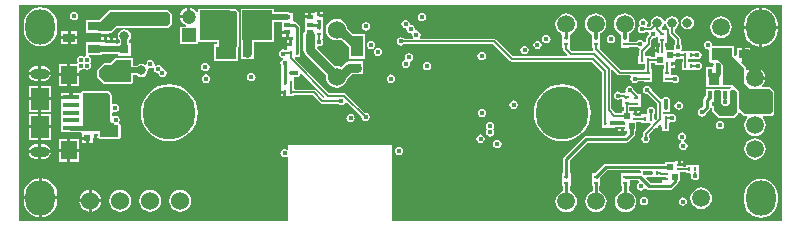
<source format=gbl>
G04 Layer_Physical_Order=6*
G04 Layer_Color=16711680*
%FSLAX44Y44*%
%MOMM*%
G71*
G01*
G75*
%ADD12R,0.2799X0.4300*%
%ADD13C,0.8000*%
%ADD14R,0.2200X0.4000*%
%ADD15R,0.5000X0.5000*%
%ADD16R,0.3500X0.2499*%
%ADD17R,0.2499X0.3500*%
%ADD41R,0.4300X0.2799*%
%ADD42R,1.1000X1.8000*%
%ADD43R,0.8000X0.8000*%
%ADD44R,0.5500X0.6000*%
%ADD45C,0.2540*%
%ADD46C,0.1500*%
%ADD47C,0.3810*%
%ADD48C,0.2032*%
%ADD49C,0.2000*%
%ADD50C,0.3000*%
%ADD52C,0.5000*%
%ADD53O,1.6000X0.9000*%
%ADD54C,4.5000*%
%ADD55R,1.2000X1.2000*%
%ADD56C,1.2000*%
%ADD57O,2.5000X3.0000*%
%ADD58C,1.5240*%
%ADD59C,1.5000*%
%ADD60C,0.5000*%
%ADD61C,0.4000*%
%ADD62C,0.6600*%
%ADD63C,0.7000*%
%ADD64C,1.0160*%
%ADD71R,1.8000X1.1000*%
%ADD72R,0.8000X0.8000*%
%ADD73R,0.6000X0.4200*%
%ADD74C,1.0000*%
%ADD75R,1.0160X0.7620*%
%ADD76R,2.5000X2.5000*%
%ADD77R,1.4000X1.6000*%
%ADD78R,1.5500X1.9000*%
%ADD79R,1.3500X0.4000*%
%ADD80R,0.9450X1.0000*%
%ADD81R,0.9470X1.0000*%
%ADD82R,0.3000X0.7000*%
%ADD83R,0.4000X0.2200*%
%ADD84R,0.5000X0.5000*%
%ADD85C,0.5080*%
%ADD86C,0.7620*%
%ADD87C,0.4000*%
%ADD88R,1.5494X0.9906*%
G36*
X647380Y1082D02*
X316500D01*
Y17056D01*
X316500Y64943D01*
X229000Y64943D01*
Y61806D01*
X227750Y61138D01*
X227215Y61495D01*
X225849Y61767D01*
X224484Y61495D01*
X223326Y60722D01*
X222553Y59564D01*
X222281Y58198D01*
X222553Y56832D01*
X223326Y55675D01*
X224484Y54901D01*
X225849Y54630D01*
X227215Y54901D01*
X227750Y55259D01*
X229000Y54590D01*
X229000Y1082D01*
X1082D01*
Y183576D01*
X647380D01*
Y1082D01*
D02*
G37*
%LPC*%
G36*
X594529Y85573D02*
X593163Y85301D01*
X592006Y84527D01*
X591232Y83370D01*
X590960Y82004D01*
X591232Y80638D01*
X592006Y79481D01*
X593163Y78707D01*
X594529Y78435D01*
X595895Y78707D01*
X597052Y79481D01*
X597826Y80638D01*
X598098Y82004D01*
X597826Y83370D01*
X597052Y84527D01*
X595895Y85301D01*
X594529Y85573D01*
D02*
G37*
G36*
X400000Y84819D02*
X398634Y84547D01*
X397477Y83773D01*
X396703Y82616D01*
X396431Y81250D01*
X396703Y79884D01*
X397477Y78727D01*
Y78273D01*
X396703Y77116D01*
X396431Y75750D01*
X396703Y74384D01*
X397477Y73227D01*
X398634Y72453D01*
X400000Y72182D01*
X401366Y72453D01*
X402523Y73227D01*
X403297Y74384D01*
X403569Y75750D01*
X403297Y77116D01*
X402523Y78273D01*
Y78727D01*
X403297Y79884D01*
X403569Y81250D01*
X403297Y82616D01*
X402523Y83773D01*
X401366Y84547D01*
X400000Y84819D01*
D02*
G37*
G36*
X27712Y79186D02*
X19732D01*
Y69456D01*
X27712D01*
Y79186D01*
D02*
G37*
G36*
X281750Y91319D02*
X280384Y91047D01*
X279227Y90273D01*
X278453Y89116D01*
X278181Y87750D01*
X278453Y86384D01*
X279227Y85227D01*
X280384Y84453D01*
X281750Y84181D01*
X283116Y84453D01*
X284273Y85227D01*
X285047Y86384D01*
X285319Y87750D01*
X285047Y89116D01*
X284273Y90273D01*
X283116Y91047D01*
X281750Y91319D01*
D02*
G37*
G36*
X27712Y91456D02*
X19732D01*
Y81726D01*
X27712D01*
Y91456D01*
D02*
G37*
G36*
X17192D02*
X9212D01*
Y81726D01*
X17192D01*
Y91456D01*
D02*
G37*
G36*
Y79186D02*
X9212D01*
Y69456D01*
X17192D01*
Y79186D01*
D02*
G37*
G36*
X57730Y69730D02*
X54750D01*
Y66500D01*
X57730D01*
Y69730D01*
D02*
G37*
G36*
X406000Y69569D02*
X404634Y69297D01*
X403477Y68523D01*
X402703Y67366D01*
X402431Y66000D01*
X402703Y64634D01*
X403477Y63477D01*
X404634Y62703D01*
X406000Y62431D01*
X407366Y62703D01*
X408523Y63477D01*
X409297Y64634D01*
X409569Y66000D01*
X409297Y67366D01*
X408523Y68523D01*
X407366Y69297D01*
X406000Y69569D01*
D02*
G37*
G36*
X51462Y69956D02*
X44232D01*
Y61726D01*
X51462D01*
Y69956D01*
D02*
G37*
G36*
X461010Y116466D02*
X456305Y116003D01*
X451781Y114630D01*
X447612Y112402D01*
X443957Y109403D01*
X440958Y105748D01*
X438730Y101579D01*
X437357Y97055D01*
X436894Y92350D01*
X437357Y87645D01*
X438730Y83121D01*
X440958Y78952D01*
X443957Y75297D01*
X447612Y72298D01*
X451781Y70070D01*
X456305Y68697D01*
X461010Y68234D01*
X465715Y68697D01*
X470239Y70070D01*
X474408Y72298D01*
X478063Y75297D01*
X481062Y78952D01*
X483290Y83121D01*
X484663Y87645D01*
X485126Y92350D01*
X484663Y97055D01*
X483290Y101579D01*
X481062Y105748D01*
X478063Y109403D01*
X474408Y112402D01*
X470239Y114630D01*
X465715Y116003D01*
X461010Y116466D01*
D02*
G37*
G36*
X128270D02*
X123565Y116003D01*
X119041Y114630D01*
X114872Y112402D01*
X111217Y109403D01*
X108218Y105748D01*
X105990Y101579D01*
X104617Y97055D01*
X104154Y92350D01*
X104617Y87645D01*
X105990Y83121D01*
X108218Y78952D01*
X111217Y75297D01*
X114872Y72298D01*
X119041Y70070D01*
X123565Y68697D01*
X128270Y68234D01*
X132975Y68697D01*
X137499Y70070D01*
X141668Y72298D01*
X145323Y75297D01*
X148322Y78952D01*
X150550Y83121D01*
X151923Y87645D01*
X152386Y92350D01*
X151923Y97055D01*
X150550Y101579D01*
X148322Y105748D01*
X145323Y109403D01*
X141668Y112402D01*
X137499Y114630D01*
X132975Y116003D01*
X128270Y116466D01*
D02*
G37*
G36*
X391750Y74069D02*
X390384Y73797D01*
X389227Y73023D01*
X388453Y71866D01*
X388181Y70500D01*
X388453Y69134D01*
X389227Y67977D01*
X390384Y67203D01*
X391750Y66931D01*
X393116Y67203D01*
X394273Y67977D01*
X395047Y69134D01*
X395319Y70500D01*
X395047Y71866D01*
X394273Y73023D01*
X393116Y73797D01*
X391750Y74069D01*
D02*
G37*
G36*
X224731Y108480D02*
X223252D01*
Y106500D01*
X224731D01*
Y108480D01*
D02*
G37*
G36*
X27712Y115456D02*
X19732D01*
Y105726D01*
X27712D01*
Y115456D01*
D02*
G37*
G36*
X17192D02*
X9212D01*
Y105726D01*
X17192D01*
Y115456D01*
D02*
G37*
G36*
X41692Y123186D02*
X34462D01*
Y114956D01*
X41692D01*
Y123186D01*
D02*
G37*
G36*
X584250Y153429D02*
X582884Y153157D01*
X581727Y152383D01*
X580953Y151226D01*
X580681Y149860D01*
X580953Y148494D01*
X581727Y147337D01*
X582884Y146563D01*
X584250Y146291D01*
X584611Y146363D01*
X585578Y145570D01*
Y134750D01*
X588238D01*
X589081Y133500D01*
X588931Y132750D01*
X588990Y132455D01*
X588285Y131205D01*
X583026D01*
Y121205D01*
X583065D01*
Y114249D01*
X595515D01*
X595515Y114249D01*
X595553Y114249D01*
X596765Y114250D01*
X597202D01*
X597500Y114126D01*
X603613D01*
X603629Y114102D01*
X602985Y112817D01*
X602480Y112790D01*
X602003D01*
X602003Y112790D01*
X596003D01*
X596003Y112790D01*
X595526Y112790D01*
X594302Y112852D01*
X594251Y112874D01*
X594250Y112873D01*
X594250Y112874D01*
X590741Y112874D01*
X590250Y112874D01*
X590197Y112868D01*
X589026Y112790D01*
X589026Y112790D01*
X583026D01*
Y107020D01*
X581153Y105147D01*
X580540Y104230D01*
X580375Y103400D01*
X580250D01*
Y97720D01*
X578747Y96217D01*
X577913Y96051D01*
X576755Y95278D01*
X575981Y94120D01*
X575710Y92754D01*
X575981Y91389D01*
X576755Y90231D01*
X577913Y89458D01*
X579278Y89186D01*
X580644Y89458D01*
X581802Y90231D01*
X582575Y91389D01*
X582741Y92223D01*
X585147Y94629D01*
X585147Y94629D01*
X585759Y95545D01*
X585869Y96100D01*
X587626D01*
Y94750D01*
X588102Y93602D01*
X593352Y88352D01*
X594500Y87876D01*
X605838Y87876D01*
X606986Y88352D01*
X609648Y91014D01*
X610124Y92162D01*
Y92447D01*
X611278Y92926D01*
X614352Y89852D01*
X615500Y89376D01*
X617269D01*
X617430Y88903D01*
X617581Y88126D01*
X616217Y86348D01*
X615310Y84159D01*
X615000Y81809D01*
X615310Y79460D01*
X616217Y77270D01*
X617659Y75391D01*
X619539Y73948D01*
X621729Y73041D01*
X624078Y72732D01*
X626427Y73041D01*
X628617Y73948D01*
X630497Y75391D01*
X631940Y77270D01*
X632846Y79460D01*
X633156Y81809D01*
X632846Y84159D01*
X631940Y86348D01*
X630575Y88126D01*
X630726Y88903D01*
X630887Y89376D01*
X637250D01*
X638398Y89852D01*
X640148Y91602D01*
X640624Y92750D01*
Y109750D01*
X640148Y110898D01*
X637398Y113648D01*
X636250Y114124D01*
X630790D01*
X630388Y115307D01*
X630497Y115390D01*
X631940Y117270D01*
X632846Y119460D01*
X632988Y120539D01*
X624078D01*
Y121809D01*
X622808D01*
Y130720D01*
X621729Y130578D01*
X619539Y129671D01*
X617874Y128393D01*
X616624Y128744D01*
Y130183D01*
X616393Y130739D01*
X616178Y131300D01*
X612575Y135102D01*
X612808Y135642D01*
Y141750D01*
Y147250D01*
X608577D01*
Y141124D01*
X607469Y140666D01*
X606624Y141385D01*
X606624Y147250D01*
X606577Y147361D01*
Y148750D01*
X605298D01*
X605000Y148874D01*
X592250D01*
X591952Y148750D01*
X588583D01*
X587790Y149716D01*
X587819Y149860D01*
X587547Y151226D01*
X586773Y152383D01*
X585616Y153157D01*
X584250Y153429D01*
D02*
G37*
G36*
X43942Y108956D02*
X36962D01*
Y106726D01*
X43942D01*
Y108956D01*
D02*
G37*
G36*
X419750Y102819D02*
X418384Y102547D01*
X417227Y101773D01*
X416453Y100616D01*
X416181Y99250D01*
X416453Y97884D01*
X417227Y96727D01*
X418384Y95953D01*
X419750Y95681D01*
X421116Y95953D01*
X422273Y96727D01*
X423047Y97884D01*
X423319Y99250D01*
X423047Y100616D01*
X422273Y101773D01*
X421116Y102547D01*
X419750Y102819D01*
D02*
G37*
G36*
X76569Y110590D02*
X55000D01*
X53852Y110114D01*
X53376Y108966D01*
Y108956D01*
X46482D01*
Y105456D01*
X45212D01*
Y104186D01*
X36962D01*
Y101956D01*
Y95456D01*
Y88956D01*
Y82456D01*
Y75956D01*
X44867D01*
X45212Y75887D01*
X53660D01*
X54750Y75500D01*
Y72270D01*
X59000D01*
Y71000D01*
X60270D01*
Y66500D01*
X63250D01*
Y70910D01*
X64730D01*
Y73660D01*
X67270D01*
Y70910D01*
X68524D01*
X68702Y70480D01*
X69850Y70004D01*
X85344D01*
X86492Y70480D01*
X86968Y71628D01*
Y81534D01*
X86492Y82682D01*
X85996Y82888D01*
X85825Y83125D01*
X85723Y84558D01*
X86049Y85046D01*
X86321Y86412D01*
X86049Y87778D01*
X85275Y88935D01*
X84118Y89709D01*
X82752Y89981D01*
X81386Y89709D01*
X80874Y89366D01*
X79624Y90034D01*
Y92413D01*
X80815Y93110D01*
X80874Y93105D01*
X82188Y92843D01*
X83554Y93115D01*
X84711Y93889D01*
X85485Y95046D01*
X85757Y96412D01*
X85485Y97778D01*
X84711Y98935D01*
X83554Y99709D01*
X82188Y99981D01*
X80874Y99719D01*
X80815Y99714D01*
X79624Y100411D01*
Y107535D01*
X79148Y108683D01*
X77717Y110114D01*
X76569Y110590D01*
D02*
G37*
G36*
X526450Y93912D02*
X524220D01*
Y92583D01*
X526450D01*
Y93912D01*
D02*
G37*
G36*
X393000Y95919D02*
X391634Y95647D01*
X390477Y94873D01*
X389703Y93716D01*
X389431Y92350D01*
X389703Y90984D01*
X390477Y89827D01*
X391634Y89053D01*
X393000Y88781D01*
X394366Y89053D01*
X395523Y89827D01*
X396297Y90984D01*
X396569Y92350D01*
X396297Y93716D01*
X395523Y94873D01*
X394366Y95647D01*
X393000Y95919D01*
D02*
G37*
G36*
X559500Y102069D02*
X558134Y101797D01*
X556977Y101023D01*
X556203Y99866D01*
X555931Y98500D01*
X556203Y97134D01*
X556977Y95977D01*
X558134Y95203D01*
X559500Y94931D01*
X560866Y95203D01*
X562023Y95977D01*
X562797Y97134D01*
X563069Y98500D01*
X562797Y99866D01*
X562023Y101023D01*
X560866Y101797D01*
X559500Y102069D01*
D02*
G37*
G36*
X27712Y103186D02*
X19732D01*
Y93456D01*
X27712D01*
Y103186D01*
D02*
G37*
G36*
X17192D02*
X9212D01*
Y93456D01*
X17192D01*
Y103186D01*
D02*
G37*
G36*
X41692Y69956D02*
X34462D01*
Y61726D01*
X41692D01*
Y69956D01*
D02*
G37*
G36*
X563000Y20819D02*
X561634Y20547D01*
X560477Y19773D01*
X559703Y18616D01*
X559431Y17250D01*
X559703Y15884D01*
X560477Y14727D01*
X561634Y13953D01*
X563000Y13681D01*
X564366Y13953D01*
X565523Y14727D01*
X566297Y15884D01*
X566569Y17250D01*
X566297Y18616D01*
X565523Y19773D01*
X564366Y20547D01*
X563000Y20819D01*
D02*
G37*
G36*
X578612Y29144D02*
X576263Y28834D01*
X574073Y27927D01*
X572193Y26485D01*
X570751Y24605D01*
X569844Y22415D01*
X569534Y20066D01*
X569844Y17716D01*
X570751Y15527D01*
X572193Y13647D01*
X574073Y12205D01*
X576263Y11298D01*
X578612Y10988D01*
X580961Y11298D01*
X583151Y12205D01*
X585031Y13647D01*
X586474Y15527D01*
X587380Y17716D01*
X587690Y20066D01*
X587380Y22415D01*
X586474Y24605D01*
X585031Y26485D01*
X583151Y27927D01*
X580961Y28834D01*
X578612Y29144D01*
D02*
G37*
G36*
X70245Y16510D02*
X62484D01*
Y8748D01*
X63595Y8895D01*
X65813Y9814D01*
X67719Y11276D01*
X69180Y13181D01*
X70099Y15399D01*
X70245Y16510D01*
D02*
G37*
G36*
X62484Y26811D02*
Y19050D01*
X70245D01*
X70099Y20161D01*
X69180Y22379D01*
X67719Y24285D01*
X65813Y25746D01*
X63595Y26665D01*
X62484Y26811D01*
D02*
G37*
G36*
X59944D02*
X58833Y26665D01*
X56615Y25746D01*
X54710Y24285D01*
X53248Y22379D01*
X52329Y20161D01*
X52182Y19050D01*
X59944D01*
Y26811D01*
D02*
G37*
G36*
X530202Y21271D02*
X528836Y20999D01*
X527679Y20225D01*
X526905Y19068D01*
X526633Y17702D01*
X526905Y16336D01*
X527679Y15179D01*
X528836Y14405D01*
X530202Y14133D01*
X531568Y14405D01*
X532725Y15179D01*
X533499Y16336D01*
X533771Y17702D01*
X533499Y19068D01*
X532725Y20225D01*
X531568Y20999D01*
X530202Y21271D01*
D02*
G37*
G36*
X59944Y16510D02*
X52182D01*
X52329Y15399D01*
X53248Y13181D01*
X54710Y11276D01*
X56615Y9814D01*
X58833Y8895D01*
X59944Y8748D01*
Y16510D01*
D02*
G37*
G36*
X33321Y19200D02*
X20470D01*
Y4016D01*
X22855Y4330D01*
X26260Y5741D01*
X29185Y7985D01*
X31429Y10910D01*
X32840Y14315D01*
X33321Y17970D01*
Y19200D01*
D02*
G37*
G36*
X17930D02*
X5079D01*
Y17970D01*
X5560Y14315D01*
X6971Y10910D01*
X9215Y7985D01*
X12140Y5741D01*
X15545Y4330D01*
X17930Y4016D01*
Y19200D01*
D02*
G37*
G36*
X629158Y36621D02*
X625503Y36140D01*
X622098Y34729D01*
X619173Y32485D01*
X616929Y29560D01*
X615518Y26155D01*
X615037Y22500D01*
Y17500D01*
X615518Y13845D01*
X616929Y10440D01*
X619173Y7515D01*
X622098Y5271D01*
X625503Y3860D01*
X629158Y3379D01*
X632813Y3860D01*
X636218Y5271D01*
X639143Y7515D01*
X641387Y10440D01*
X642798Y13845D01*
X643279Y17500D01*
Y22500D01*
X642798Y26155D01*
X641387Y29560D01*
X639143Y32485D01*
X636218Y34729D01*
X632813Y36140D01*
X629158Y36621D01*
D02*
G37*
G36*
X137414Y26979D02*
X135033Y26665D01*
X132815Y25746D01*
X130910Y24285D01*
X129448Y22379D01*
X128529Y20161D01*
X128215Y17780D01*
X128529Y15399D01*
X129448Y13181D01*
X130910Y11276D01*
X132815Y9814D01*
X135033Y8895D01*
X137414Y8581D01*
X139795Y8895D01*
X142013Y9814D01*
X143919Y11276D01*
X145380Y13181D01*
X146299Y15399D01*
X146613Y17780D01*
X146299Y20161D01*
X145380Y22379D01*
X143919Y24285D01*
X142013Y25746D01*
X139795Y26665D01*
X137414Y26979D01*
D02*
G37*
G36*
X112014D02*
X109633Y26665D01*
X107415Y25746D01*
X105510Y24285D01*
X104048Y22379D01*
X103129Y20161D01*
X102815Y17780D01*
X103129Y15399D01*
X104048Y13181D01*
X105510Y11276D01*
X107415Y9814D01*
X109633Y8895D01*
X112014Y8581D01*
X114395Y8895D01*
X116613Y9814D01*
X118518Y11276D01*
X119980Y13181D01*
X120899Y15399D01*
X121213Y17780D01*
X120899Y20161D01*
X119980Y22379D01*
X118518Y24285D01*
X116613Y25746D01*
X114395Y26665D01*
X112014Y26979D01*
D02*
G37*
G36*
X86614D02*
X84233Y26665D01*
X82015Y25746D01*
X80110Y24285D01*
X78648Y22379D01*
X77729Y20161D01*
X77415Y17780D01*
X77729Y15399D01*
X78648Y13181D01*
X80110Y11276D01*
X82015Y9814D01*
X84233Y8895D01*
X86614Y8581D01*
X88995Y8895D01*
X91213Y9814D01*
X93118Y11276D01*
X94580Y13181D01*
X95499Y15399D01*
X95813Y17780D01*
X95499Y20161D01*
X94580Y22379D01*
X93118Y24285D01*
X91213Y25746D01*
X88995Y26665D01*
X86614Y26979D01*
D02*
G37*
G36*
X322750Y63819D02*
X321384Y63547D01*
X320227Y62773D01*
X319453Y61616D01*
X319181Y60250D01*
X319453Y58884D01*
X320227Y57727D01*
X321384Y56953D01*
X322750Y56681D01*
X324116Y56953D01*
X325273Y57727D01*
X326047Y58884D01*
X326319Y60250D01*
X326047Y61616D01*
X325273Y62773D01*
X324116Y63547D01*
X322750Y63819D01*
D02*
G37*
G36*
X27827Y58186D02*
X19732D01*
Y53338D01*
X21962D01*
X24303Y53804D01*
X26288Y55130D01*
X27614Y57115D01*
X27827Y58186D01*
D02*
G37*
G36*
X17192D02*
X9097D01*
X9310Y57115D01*
X10636Y55130D01*
X12621Y53804D01*
X14962Y53338D01*
X17192D01*
Y58186D01*
D02*
G37*
G36*
X562500Y75819D02*
X561134Y75547D01*
X559977Y74773D01*
X559203Y73616D01*
X558931Y72250D01*
X559203Y70884D01*
X559977Y69727D01*
X561134Y68953D01*
X561581Y68864D01*
X561768Y67552D01*
X560977Y67023D01*
X560203Y65866D01*
X559931Y64500D01*
X560203Y63134D01*
X560977Y61977D01*
X562134Y61203D01*
X563500Y60931D01*
X564866Y61203D01*
X566023Y61977D01*
X566797Y63134D01*
X567069Y64500D01*
X566797Y65866D01*
X566023Y67023D01*
X564866Y67797D01*
X564419Y67886D01*
X564231Y69198D01*
X565023Y69727D01*
X565797Y70884D01*
X566069Y72250D01*
X565797Y73616D01*
X565023Y74773D01*
X563866Y75547D01*
X562500Y75819D01*
D02*
G37*
G36*
X21962Y65574D02*
X19732D01*
Y60726D01*
X27827D01*
X27614Y61797D01*
X26288Y63782D01*
X24303Y65108D01*
X21962Y65574D01*
D02*
G37*
G36*
X17192D02*
X14962D01*
X12621Y65108D01*
X10636Y63782D01*
X9310Y61797D01*
X9097Y60726D01*
X17192D01*
Y65574D01*
D02*
G37*
G36*
X624078Y70887D02*
X621729Y70578D01*
X619539Y69671D01*
X617659Y68228D01*
X616217Y66348D01*
X615310Y64159D01*
X615000Y61809D01*
X615310Y59460D01*
X616217Y57270D01*
X617659Y55391D01*
X619539Y53948D01*
X621729Y53041D01*
X624078Y52732D01*
X626427Y53041D01*
X628617Y53948D01*
X630497Y55391D01*
X631940Y57270D01*
X632846Y59460D01*
X633156Y61809D01*
X632846Y64159D01*
X631940Y66348D01*
X630497Y68228D01*
X628617Y69671D01*
X626427Y70578D01*
X624078Y70887D01*
D02*
G37*
G36*
X558560Y51144D02*
X556330D01*
X556151Y50576D01*
X548151D01*
Y49400D01*
X497726D01*
X496645Y49185D01*
X495728Y48573D01*
X495728Y48573D01*
X488405Y41250D01*
X485850D01*
Y30350D01*
X486676D01*
Y25861D01*
X484919Y25134D01*
X483039Y23691D01*
X481596Y21811D01*
X480690Y19621D01*
X480380Y17272D01*
X480690Y14922D01*
X481596Y12733D01*
X483039Y10853D01*
X484919Y9410D01*
X487108Y8504D01*
X489458Y8194D01*
X491808Y8504D01*
X493997Y9410D01*
X495877Y10853D01*
X497319Y12733D01*
X498226Y14922D01*
X498536Y17272D01*
X498226Y19621D01*
X497319Y21811D01*
X495877Y23691D01*
X493997Y25134D01*
X492324Y25826D01*
Y30350D01*
X493150D01*
Y38006D01*
X498895Y43752D01*
X526578D01*
X527256Y42502D01*
X527214Y42291D01*
X526511Y41304D01*
X525815Y41175D01*
X518150D01*
Y41250D01*
X510850D01*
Y30350D01*
X511676D01*
Y25799D01*
X510065Y25131D01*
X508185Y23689D01*
X506743Y21809D01*
X505836Y19619D01*
X505526Y17270D01*
X505836Y14921D01*
X506743Y12731D01*
X508185Y10851D01*
X510065Y9409D01*
X512254Y8502D01*
X514604Y8192D01*
X516954Y8502D01*
X519143Y9409D01*
X519902Y9991D01*
X520404Y10091D01*
X521230Y10644D01*
X521783Y11471D01*
X521883Y11972D01*
X522466Y12731D01*
X523372Y14921D01*
X523682Y17270D01*
X523372Y19619D01*
X522466Y21809D01*
X521023Y23689D01*
X519143Y25131D01*
X517324Y25885D01*
Y30350D01*
X518150D01*
Y35526D01*
X525249D01*
X526273Y34502D01*
X525880Y33127D01*
X524977Y32523D01*
X524203Y31366D01*
X523931Y30000D01*
X524203Y28634D01*
X524977Y27477D01*
X526134Y26703D01*
X527500Y26431D01*
X528866Y26703D01*
X530023Y27477D01*
X530627Y28380D01*
X532002Y28773D01*
X532792Y27983D01*
X533708Y27371D01*
X534789Y27156D01*
X534789Y27156D01*
X552230D01*
X552230Y27156D01*
X553311Y27371D01*
X554227Y27983D01*
X558305Y32061D01*
X558305Y32061D01*
X558917Y32977D01*
X559132Y34058D01*
X560308Y34276D01*
Y41899D01*
X563330D01*
Y42206D01*
X565542D01*
Y41054D01*
X569483D01*
X570183Y39804D01*
X569974Y38750D01*
X570245Y37384D01*
X571019Y36227D01*
X572177Y35453D01*
X573542Y35181D01*
X574908Y35453D01*
X576065Y36227D01*
X576839Y37384D01*
X577111Y38750D01*
X576839Y40116D01*
X576442Y41054D01*
X576442Y41054D01*
X576442Y41054D01*
Y48354D01*
X565542D01*
Y46794D01*
X563330D01*
Y47274D01*
X559830D01*
Y48544D01*
X558560D01*
Y51144D01*
D02*
G37*
G36*
X20470Y36924D02*
Y21740D01*
X33321D01*
Y22970D01*
X32840Y26625D01*
X31429Y30030D01*
X29185Y32955D01*
X26260Y35199D01*
X22855Y36610D01*
X20470Y36924D01*
D02*
G37*
G36*
X17930D02*
X15545Y36610D01*
X12140Y35199D01*
X9215Y32955D01*
X6971Y30030D01*
X5560Y26625D01*
X5079Y22970D01*
Y21740D01*
X17930D01*
Y36924D01*
D02*
G37*
G36*
X51462Y59186D02*
X44232D01*
Y50956D01*
X51462D01*
Y59186D01*
D02*
G37*
G36*
X41692D02*
X34462D01*
Y50956D01*
X41692D01*
Y59186D01*
D02*
G37*
G36*
X563330Y51144D02*
X561100D01*
Y49814D01*
X563330D01*
Y51144D01*
D02*
G37*
G36*
X51462Y123186D02*
X44232D01*
Y114956D01*
X51462D01*
Y123186D01*
D02*
G37*
G36*
X253730Y178000D02*
X251350D01*
Y177100D01*
X248520D01*
Y173500D01*
X247250D01*
Y172230D01*
X242750D01*
Y169900D01*
Y161323D01*
X242248Y160572D01*
X241836Y158500D01*
Y145566D01*
X241836Y145566D01*
X242248Y143494D01*
X243422Y141738D01*
X260983Y124177D01*
X260803Y122814D01*
X261117Y120433D01*
X262036Y118215D01*
X263498Y116309D01*
X265403Y114848D01*
X267621Y113929D01*
X270002Y113615D01*
X272383Y113929D01*
X274601Y114848D01*
X276507Y116309D01*
X277968Y118215D01*
X278887Y120433D01*
X278968Y121046D01*
X282922Y125000D01*
X292500D01*
Y136000D01*
X281500D01*
X281500Y136000D01*
X280765Y135914D01*
X280323Y135826D01*
X280322Y135826D01*
X280274Y135816D01*
X278693Y135502D01*
X276937Y134328D01*
X276937Y134328D01*
X273744Y131136D01*
X272383Y131699D01*
X270002Y132013D01*
X268639Y131833D01*
X253324Y147149D01*
X253422Y147837D01*
X254725Y148736D01*
X255000Y148681D01*
X256366Y148953D01*
X257523Y149727D01*
X258297Y150884D01*
X258568Y152250D01*
X258297Y153616D01*
X257523Y154773D01*
X258047Y155901D01*
X258231Y156101D01*
X258650D01*
Y167000D01*
X258650D01*
Y167101D01*
X258650D01*
Y172201D01*
Y173831D01*
X255000D01*
Y175100D01*
X253730D01*
Y178000D01*
D02*
G37*
G36*
X19200Y181791D02*
X15545Y181310D01*
X12140Y179899D01*
X9215Y177655D01*
X6971Y174730D01*
X5560Y171325D01*
X5079Y167670D01*
Y162670D01*
X5560Y159015D01*
X6971Y155610D01*
X9215Y152685D01*
X12140Y150441D01*
X15545Y149030D01*
X19200Y148549D01*
X22855Y149030D01*
X26260Y150441D01*
X29185Y152685D01*
X31429Y155610D01*
X32840Y159015D01*
X33321Y162670D01*
Y167670D01*
X32840Y171325D01*
X31429Y174730D01*
X29185Y177655D01*
X26260Y179899D01*
X22855Y181310D01*
X19200Y181791D01*
D02*
G37*
G36*
X643279Y163430D02*
X630428D01*
Y148246D01*
X632813Y148560D01*
X636218Y149971D01*
X639143Y152215D01*
X641387Y155140D01*
X642798Y158545D01*
X643279Y162200D01*
Y163430D01*
D02*
G37*
G36*
X50096Y154838D02*
X44786D01*
Y150798D01*
X50096D01*
Y154838D01*
D02*
G37*
G36*
X42246D02*
X36936D01*
Y150798D01*
X42246D01*
Y154838D01*
D02*
G37*
G36*
X90250Y163108D02*
X88104Y162681D01*
X86285Y161465D01*
X85069Y159646D01*
X84642Y157500D01*
X85069Y155354D01*
X86131Y153765D01*
Y151750D01*
X84750D01*
Y150686D01*
X82750D01*
Y151480D01*
X79500D01*
Y152750D01*
X78230D01*
Y155500D01*
X77250D01*
Y156731D01*
X74000D01*
X70750D01*
Y151918D01*
X57936D01*
Y141896D01*
X57936Y141298D01*
X57040Y140443D01*
X56884Y140412D01*
X55875Y139738D01*
X54866Y140412D01*
X53500Y140684D01*
X52134Y140412D01*
X50977Y139639D01*
X50203Y138481D01*
X49931Y137115D01*
X50203Y135750D01*
X50640Y135096D01*
X49960Y133956D01*
X44232D01*
Y125726D01*
X51462D01*
Y128097D01*
X52712Y128922D01*
X53500Y128765D01*
X54866Y129037D01*
X55875Y129712D01*
X56884Y129037D01*
X58250Y128765D01*
X59616Y129037D01*
X60773Y129811D01*
X61547Y130968D01*
X61819Y132334D01*
X61547Y133700D01*
X60862Y134725D01*
X61547Y135750D01*
X61819Y137115D01*
X61547Y138481D01*
X60773Y139639D01*
X60161Y140048D01*
X60540Y141298D01*
X71096D01*
Y142530D01*
X84750D01*
Y140750D01*
X95750D01*
Y151750D01*
X94369D01*
Y153765D01*
X95431Y155354D01*
X95858Y157500D01*
X95431Y159646D01*
X94215Y161465D01*
X92396Y162681D01*
X90250Y163108D01*
D02*
G37*
G36*
X630428Y181154D02*
Y165970D01*
X643279D01*
Y167200D01*
X642798Y170855D01*
X641387Y174260D01*
X639143Y177185D01*
X636218Y179429D01*
X632813Y180840D01*
X630428Y181154D01*
D02*
G37*
G36*
X216692Y180624D02*
X188692D01*
Y152624D01*
X188836D01*
Y148750D01*
X188750D01*
Y137750D01*
X199750D01*
Y148750D01*
X199664D01*
Y152624D01*
X216692D01*
Y169381D01*
X223750D01*
Y161770D01*
X228250D01*
Y160500D01*
X229520D01*
Y156900D01*
X232750D01*
X233176Y155827D01*
Y154150D01*
X232220D01*
Y150500D01*
X230950D01*
Y149230D01*
X228050D01*
Y146850D01*
X228050D01*
Y146650D01*
X228050D01*
Y145294D01*
X226639D01*
X225877Y145804D01*
X224511Y146075D01*
X223145Y145804D01*
X221988Y145030D01*
X221214Y143873D01*
X220942Y142507D01*
X221214Y141141D01*
X221988Y139984D01*
X223145Y139210D01*
X224066Y139027D01*
X224114Y138901D01*
X224198Y137726D01*
X223326Y137143D01*
X222553Y135986D01*
X222281Y134620D01*
X222553Y133254D01*
X223075Y132472D01*
Y129650D01*
X223000D01*
Y122350D01*
X223000Y122350D01*
X222950Y121150D01*
X222950D01*
X222950Y121121D01*
Y114125D01*
X222950Y113850D01*
X222950D01*
X223251Y113000D01*
X223252Y113000D01*
Y111020D01*
X226001D01*
Y109750D01*
X227271D01*
Y106500D01*
X233750D01*
Y107456D01*
X249550D01*
X256128Y100878D01*
X256872Y100381D01*
X257750Y100206D01*
X271323D01*
X271477Y99977D01*
X272634Y99203D01*
X274000Y98931D01*
X275366Y99203D01*
X276523Y99977D01*
X277220Y101018D01*
X277552Y101224D01*
X278496Y101510D01*
X290882Y89123D01*
X290828Y88853D01*
X291100Y87487D01*
X291874Y86330D01*
X293031Y85556D01*
X294397Y85284D01*
X295763Y85556D01*
X296920Y86330D01*
X297694Y87487D01*
X297966Y88853D01*
X297694Y90219D01*
X296920Y91376D01*
X295763Y92150D01*
X294397Y92422D01*
X294126Y92368D01*
X278122Y108372D01*
X277378Y108869D01*
X276500Y109044D01*
X263540D01*
X234484Y138100D01*
X235002Y139350D01*
X238950D01*
Y145600D01*
X238950Y146650D01*
X238950D01*
Y146850D01*
X238950D01*
Y154150D01*
X238824D01*
Y164608D01*
X238824Y164608D01*
X238609Y165689D01*
X237997Y166605D01*
X237997Y166605D01*
X235605Y168997D01*
X234689Y169609D01*
X233608Y169824D01*
X232750Y170640D01*
Y177100D01*
X230134D01*
X229826Y177306D01*
X228250Y177619D01*
X216692D01*
Y180624D01*
D02*
G37*
G36*
X619577Y147250D02*
X615348D01*
Y143020D01*
X619577D01*
Y147250D01*
D02*
G37*
G36*
X627888Y163430D02*
X615037D01*
Y162200D01*
X615518Y158545D01*
X616929Y155140D01*
X619173Y152215D01*
X622098Y149971D01*
X625503Y148560D01*
X627888Y148246D01*
Y163430D01*
D02*
G37*
G36*
Y181154D02*
X625503Y180840D01*
X622098Y179429D01*
X619173Y177185D01*
X616929Y174260D01*
X615518Y170855D01*
X615037Y167200D01*
Y165970D01*
X627888D01*
Y181154D01*
D02*
G37*
G36*
X440000Y153429D02*
X438634Y153157D01*
X437477Y152383D01*
X436703Y151226D01*
X436431Y149860D01*
X436703Y148494D01*
X437477Y147337D01*
X438634Y146563D01*
X440000Y146291D01*
X441366Y146563D01*
X442523Y147337D01*
X443297Y148494D01*
X443569Y149860D01*
X443297Y151226D01*
X442523Y152383D01*
X441366Y153157D01*
X440000Y153429D01*
D02*
G37*
G36*
X42246Y161418D02*
X36936D01*
Y157378D01*
X42246D01*
Y161418D01*
D02*
G37*
G36*
X226980Y159230D02*
X223750D01*
Y156900D01*
X226980D01*
Y159230D01*
D02*
G37*
G36*
X595376Y173924D02*
X593027Y173614D01*
X590837Y172708D01*
X588957Y171265D01*
X587514Y169385D01*
X586608Y167195D01*
X586298Y164846D01*
X586608Y162496D01*
X587514Y160307D01*
X588957Y158427D01*
X590837Y156985D01*
X593027Y156078D01*
X595376Y155768D01*
X597725Y156078D01*
X599915Y156985D01*
X601795Y158427D01*
X603237Y160307D01*
X604144Y162496D01*
X604454Y164846D01*
X604144Y167195D01*
X603237Y169385D01*
X601795Y171265D01*
X599915Y172708D01*
X597725Y173614D01*
X595376Y173924D01*
D02*
G37*
G36*
X127000Y179124D02*
X77750D01*
X76602Y178648D01*
X68995Y171042D01*
X67750D01*
X67452Y170918D01*
X57936D01*
Y160298D01*
X67336D01*
X67750Y160126D01*
X70750D01*
Y159271D01*
X74000D01*
X77250D01*
Y160126D01*
X79000D01*
X80148Y160602D01*
X83923Y164376D01*
X127000Y164376D01*
X128148Y164852D01*
X130398Y167102D01*
X130874Y168250D01*
X130874Y175250D01*
X130398Y176398D01*
X128148Y178648D01*
X127000Y179124D01*
D02*
G37*
G36*
X513842Y176718D02*
X511493Y176408D01*
X509303Y175501D01*
X507423Y174059D01*
X505980Y172179D01*
X505074Y169989D01*
X504764Y167640D01*
X505074Y165291D01*
X505980Y163101D01*
X507423Y161221D01*
X509303Y159778D01*
X510081Y159457D01*
X510446Y158358D01*
X510446D01*
Y147458D01*
X517746D01*
Y148064D01*
X524373D01*
X524527Y147835D01*
X525684Y147061D01*
X525817Y147035D01*
X525962Y146885D01*
X526363Y145652D01*
X526190Y145394D01*
X526016Y144516D01*
Y140810D01*
X525410D01*
Y133510D01*
X531360D01*
Y129148D01*
X530004D01*
Y128542D01*
X521205D01*
X521196Y128544D01*
X510450D01*
X492786Y146208D01*
X493108Y147458D01*
X493108D01*
Y158358D01*
X493108D01*
X493219Y159562D01*
X493743Y159778D01*
X495623Y161221D01*
X497066Y163101D01*
X497972Y165291D01*
X498282Y167640D01*
X497972Y169989D01*
X497066Y172179D01*
X495623Y174059D01*
X493743Y175501D01*
X491553Y176408D01*
X489204Y176718D01*
X486855Y176408D01*
X484665Y175501D01*
X482785Y174059D01*
X481343Y172179D01*
X480436Y169989D01*
X480126Y167640D01*
X480436Y165291D01*
X481343Y163101D01*
X482785Y161221D01*
X484665Y159778D01*
X485443Y159457D01*
X485808Y158358D01*
X485808D01*
Y147458D01*
X487164D01*
Y146292D01*
X487313Y145544D01*
X487261Y145299D01*
X486584Y144294D01*
X468968D01*
X467054Y146208D01*
X467572Y147458D01*
X467708D01*
Y158358D01*
X468380Y159330D01*
X468851Y159524D01*
X470731Y160967D01*
X472174Y162847D01*
X473080Y165037D01*
X473390Y167386D01*
X473080Y169736D01*
X472174Y171925D01*
X470731Y173805D01*
X468851Y175247D01*
X466661Y176154D01*
X464312Y176464D01*
X461963Y176154D01*
X459773Y175247D01*
X457893Y173805D01*
X456451Y171925D01*
X455544Y169736D01*
X455234Y167386D01*
X455544Y165037D01*
X456451Y162847D01*
X457893Y160967D01*
X459773Y159524D01*
X459990Y159435D01*
X460408Y158358D01*
X460408D01*
Y147458D01*
X461764D01*
Y145960D01*
X461939Y145082D01*
X462436Y144338D01*
X465308Y141466D01*
X464790Y140216D01*
X419162D01*
X405006Y154372D01*
X404262Y154869D01*
X403384Y155044D01*
X340748D01*
X340499Y155386D01*
X340194Y156294D01*
X340797Y157196D01*
X341069Y158562D01*
X340797Y159928D01*
X340023Y161085D01*
X338866Y161859D01*
X337500Y162131D01*
X337105Y162052D01*
X336042Y163115D01*
X336069Y163250D01*
X335797Y164616D01*
X335023Y165773D01*
X333866Y166547D01*
X332500Y166819D01*
X331758Y167945D01*
X331547Y169006D01*
X330773Y170163D01*
X329616Y170937D01*
X328250Y171209D01*
X326884Y170937D01*
X325727Y170163D01*
X324953Y169006D01*
X324681Y167640D01*
X324953Y166274D01*
X325727Y165117D01*
X326884Y164343D01*
X328250Y164071D01*
X328992Y162945D01*
X329203Y161884D01*
X329977Y160727D01*
X331134Y159953D01*
X332500Y159681D01*
X332895Y159760D01*
X333958Y158697D01*
X333931Y158562D01*
X334203Y157196D01*
X334806Y156294D01*
X334501Y155386D01*
X334252Y155044D01*
X326927D01*
X326773Y155273D01*
X325616Y156047D01*
X324250Y156319D01*
X322884Y156047D01*
X321727Y155273D01*
X320953Y154116D01*
X320681Y152750D01*
X320953Y151384D01*
X321727Y150227D01*
X322884Y149453D01*
X324250Y149181D01*
X325616Y149453D01*
X326773Y150227D01*
X326927Y150456D01*
X402434D01*
X416590Y136300D01*
X416590Y136300D01*
X417334Y135803D01*
X418212Y135628D01*
X418212Y135628D01*
X485968D01*
X494956Y126640D01*
Y86962D01*
X494480D01*
Y79662D01*
X505380D01*
Y80259D01*
X508550D01*
Y76618D01*
X510780D01*
Y79218D01*
X513320D01*
Y76618D01*
X515550D01*
X515550Y76618D01*
Y76618D01*
X516036Y75543D01*
X516138Y75154D01*
X513659Y72674D01*
X481100D01*
X480019Y72459D01*
X479103Y71847D01*
X479103Y71847D01*
X462503Y55247D01*
X461891Y54331D01*
X461676Y53250D01*
X461676Y53250D01*
Y41250D01*
X460850D01*
Y30350D01*
X461676D01*
Y25921D01*
X459773Y25134D01*
X457893Y23691D01*
X456451Y21811D01*
X455544Y19621D01*
X455234Y17272D01*
X455544Y14922D01*
X456451Y12733D01*
X457893Y10853D01*
X459773Y9410D01*
X461963Y8504D01*
X464312Y8194D01*
X466661Y8504D01*
X468851Y9410D01*
X470731Y10853D01*
X472174Y12733D01*
X473080Y14922D01*
X473390Y17272D01*
X473080Y19621D01*
X472174Y21811D01*
X470731Y23691D01*
X468851Y25134D01*
X467324Y25766D01*
Y30350D01*
X468150D01*
Y41250D01*
X467324D01*
Y52080D01*
X482270Y67026D01*
X514828D01*
X514829Y67026D01*
X515909Y67241D01*
X516826Y67853D01*
X520896Y71923D01*
X520899Y71924D01*
X521892Y72587D01*
X522555Y73580D01*
X522787Y74750D01*
Y77186D01*
X523729D01*
Y84655D01*
X526450D01*
Y84960D01*
X527950D01*
Y83726D01*
X535540D01*
X536019Y82571D01*
X529878Y76430D01*
X529381Y75686D01*
X529206Y74808D01*
Y73177D01*
X528977Y73023D01*
X528203Y71866D01*
X527931Y70500D01*
X528203Y69134D01*
X528977Y67977D01*
X530134Y67203D01*
X531500Y66931D01*
X532866Y67203D01*
X534023Y67977D01*
X534797Y69134D01*
X535069Y70500D01*
X534797Y71866D01*
X534023Y73023D01*
X534208Y74272D01*
X539950Y80014D01*
X541105Y79535D01*
Y76760D01*
X542585D01*
Y80010D01*
X545125D01*
Y76760D01*
X551603D01*
Y83260D01*
X551603D01*
X551804Y84234D01*
X553054Y84473D01*
X553847Y84315D01*
X555212Y84587D01*
X556370Y85361D01*
X557143Y86518D01*
X557415Y87884D01*
X557143Y89250D01*
X556370Y90407D01*
X555212Y91181D01*
X553847Y91453D01*
X553054Y91295D01*
X551804Y91534D01*
Y91534D01*
X551804Y91534D01*
X546098D01*
Y93124D01*
X551804D01*
Y95974D01*
X551963Y96774D01*
Y100716D01*
X552150Y100996D01*
X552422Y102362D01*
X552150Y103728D01*
X551377Y104885D01*
X550219Y105659D01*
X548853Y105931D01*
X547488Y105659D01*
X546330Y104885D01*
X545748Y104014D01*
X544360Y103634D01*
X536515Y111480D01*
X536569Y111750D01*
X536297Y113116D01*
X535523Y114273D01*
X534366Y115047D01*
X533000Y115319D01*
X531634Y115047D01*
X530477Y114273D01*
X529703Y113116D01*
X529431Y111750D01*
X529703Y110384D01*
X530477Y109227D01*
X531634Y108453D01*
X533000Y108181D01*
X533270Y108235D01*
X540179Y101327D01*
X540904Y100424D01*
X540904D01*
X540904Y100424D01*
Y93124D01*
X541510D01*
Y91534D01*
X540904D01*
Y87457D01*
X540005Y86557D01*
X538850Y87035D01*
Y91026D01*
X538850Y91026D01*
X538850D01*
X538850Y91026D01*
X539109Y92169D01*
X539237Y92360D01*
X539509Y93726D01*
X539237Y95092D01*
X538463Y96249D01*
X537306Y97023D01*
X535940Y97295D01*
X534574Y97023D01*
X533417Y96249D01*
X532643Y95092D01*
X532371Y93726D01*
X532643Y92360D01*
X532699Y92276D01*
X532031Y91026D01*
X527950D01*
Y89549D01*
X526450D01*
Y90042D01*
X522950D01*
Y91313D01*
X521680D01*
Y93912D01*
X519450D01*
Y93486D01*
X517866D01*
Y97179D01*
X518683Y97350D01*
X519116Y97409D01*
X520100Y97300D01*
Y97300D01*
X520216Y97300D01*
X527400D01*
Y108200D01*
X524467D01*
X521423Y111244D01*
X521475Y111506D01*
X521203Y112872D01*
X520429Y114029D01*
X519272Y114803D01*
X517906Y115075D01*
X516540Y114803D01*
X515383Y114029D01*
X514609Y112872D01*
X514337Y111506D01*
X514596Y110205D01*
X514589Y110189D01*
X514377Y109891D01*
X513735Y109199D01*
X513258Y109294D01*
X510677D01*
X510523Y109523D01*
X509366Y110297D01*
X508000Y110569D01*
X506634Y110297D01*
X505477Y109523D01*
X504703Y108366D01*
X504431Y107000D01*
X504703Y105634D01*
X505477Y104477D01*
X506634Y103703D01*
X508000Y103431D01*
X509366Y103703D01*
X510466Y104438D01*
X510793Y104371D01*
X511716Y104011D01*
Y97420D01*
X513278D01*
Y93486D01*
X511572D01*
Y91780D01*
X506078D01*
X502544Y95314D01*
Y128194D01*
X503794Y128712D01*
X507878Y124628D01*
X508622Y124131D01*
X509500Y123956D01*
X518345D01*
X519013Y122706D01*
X518953Y122616D01*
X518681Y121250D01*
X518953Y119884D01*
X519727Y118727D01*
X520884Y117953D01*
X522250Y117681D01*
X523616Y117953D01*
X524773Y118727D01*
X524927Y118956D01*
X530004D01*
Y118248D01*
X537304D01*
Y129148D01*
X535948D01*
Y133510D01*
X536310D01*
Y134866D01*
X539720D01*
Y133115D01*
X547188D01*
Y130394D01*
X547188D01*
X547179Y129148D01*
X546006D01*
Y118248D01*
X553306D01*
X553306Y118248D01*
X554477Y118056D01*
X555148Y117607D01*
X556514Y117335D01*
X557880Y117607D01*
X559037Y118381D01*
X559811Y119538D01*
X560083Y120904D01*
X559811Y122270D01*
X559037Y123427D01*
X557880Y124201D01*
X556514Y124473D01*
X555148Y124201D01*
X554556Y123805D01*
X553306Y124473D01*
Y129148D01*
X553306D01*
X553316Y130394D01*
X556446D01*
Y132624D01*
X553847D01*
Y135164D01*
X556446D01*
Y136969D01*
X556656Y137253D01*
X557480Y137917D01*
X558556Y137703D01*
X559922Y137975D01*
X560990Y138689D01*
X561447Y138586D01*
X562240Y138236D01*
Y137574D01*
X562846D01*
Y135730D01*
X562240D01*
Y128430D01*
X573140D01*
X573140Y128430D01*
X574390Y128745D01*
X575564Y128511D01*
X576930Y128783D01*
X578087Y129557D01*
X578861Y130714D01*
X579133Y132080D01*
X578861Y133446D01*
X578087Y134603D01*
X576930Y135377D01*
X575564Y135649D01*
X574390Y135415D01*
X573140Y135730D01*
Y135730D01*
X567434D01*
Y137574D01*
X573140D01*
X573140Y137574D01*
X574390Y137838D01*
X575310Y137655D01*
X576676Y137927D01*
X577833Y138701D01*
X578607Y139858D01*
X578879Y141224D01*
X578607Y142590D01*
X577833Y143747D01*
X576676Y144521D01*
X575310Y144793D01*
X574390Y144609D01*
X573140Y144874D01*
Y144874D01*
X562539D01*
X561730Y145913D01*
X562097Y146462D01*
X562369Y147828D01*
X562097Y149194D01*
X561323Y150351D01*
X561094Y150505D01*
Y155194D01*
X561094Y155194D01*
X560919Y156072D01*
X560422Y156816D01*
X560422Y156816D01*
X556268Y160970D01*
Y163574D01*
X557939Y164691D01*
X559155Y166510D01*
X559582Y168656D01*
X559155Y170802D01*
X557939Y172621D01*
X556120Y173837D01*
X553974Y174264D01*
X551828Y173837D01*
X550009Y172621D01*
X548793Y170802D01*
X548366Y168656D01*
X548793Y166510D01*
X550009Y164691D01*
X551680Y163574D01*
Y160020D01*
X551855Y159142D01*
X552352Y158398D01*
X556506Y154244D01*
Y150505D01*
X556277Y150351D01*
X555503Y149194D01*
X555231Y147828D01*
X555491Y146522D01*
X555496Y146450D01*
X554795Y145272D01*
X548396D01*
Y148294D01*
X548091D01*
Y151268D01*
X549242D01*
Y162168D01*
X545937D01*
X544943Y163161D01*
X545066Y164405D01*
X545493Y164691D01*
X546709Y166510D01*
X547136Y168656D01*
X546709Y170802D01*
X545493Y172621D01*
X543674Y173837D01*
X541528Y174264D01*
X539382Y173837D01*
X537563Y172621D01*
X536347Y170802D01*
X535920Y168656D01*
X536312Y166685D01*
X534990Y165362D01*
X533039D01*
X532434Y166612D01*
X532887Y167290D01*
X533159Y168656D01*
X532887Y170022D01*
X532113Y171179D01*
X530956Y171953D01*
X529590Y172225D01*
X528224Y171953D01*
X527067Y171179D01*
X526293Y170022D01*
X526021Y168656D01*
X526293Y167290D01*
X527003Y166228D01*
X526051Y165591D01*
X525277Y164434D01*
X525005Y163068D01*
X525277Y161702D01*
X526051Y160545D01*
X527208Y159771D01*
X528574Y159499D01*
X529940Y159771D01*
X531097Y160545D01*
X531251Y160774D01*
X533556D01*
X534507Y159524D01*
X534403Y159004D01*
X534457Y158734D01*
X532540Y156816D01*
X532043Y156072D01*
X531868Y155194D01*
Y152444D01*
X531458Y152140D01*
X531435Y152131D01*
X529845Y152474D01*
X529573Y152881D01*
X528416Y153655D01*
X527050Y153926D01*
X525684Y153655D01*
X524527Y152881D01*
X524373Y152652D01*
X517746D01*
Y158358D01*
X517746D01*
X517857Y159562D01*
X518381Y159778D01*
X520261Y161221D01*
X521703Y163101D01*
X522610Y165291D01*
X522920Y167640D01*
X522610Y169989D01*
X521703Y172179D01*
X520261Y174059D01*
X518381Y175501D01*
X516191Y176408D01*
X513842Y176718D01*
D02*
G37*
G36*
X50096Y161418D02*
X44786D01*
Y157378D01*
X50096D01*
Y161418D01*
D02*
G37*
G36*
X229680Y154150D02*
X228050D01*
Y151770D01*
X229680D01*
Y154150D01*
D02*
G37*
G36*
X502158Y158255D02*
X500792Y157983D01*
X499635Y157209D01*
X498861Y156052D01*
X498589Y154686D01*
X498861Y153320D01*
X499635Y152163D01*
X500792Y151389D01*
X502158Y151117D01*
X503524Y151389D01*
X504681Y152163D01*
X505455Y153320D01*
X505727Y154686D01*
X505455Y156052D01*
X504681Y157209D01*
X503524Y157983D01*
X502158Y158255D01*
D02*
G37*
G36*
X447500D02*
X446134Y157983D01*
X444977Y157209D01*
X444203Y156052D01*
X443931Y154686D01*
X444203Y153320D01*
X444977Y152163D01*
X446134Y151389D01*
X447500Y151117D01*
X448866Y151389D01*
X450023Y152163D01*
X450797Y153320D01*
X451069Y154686D01*
X450797Y156052D01*
X450023Y157209D01*
X448866Y157983D01*
X447500Y158255D01*
D02*
G37*
G36*
X294750Y169069D02*
X293384Y168797D01*
X292227Y168023D01*
X291453Y166866D01*
X291181Y165500D01*
X291453Y164134D01*
X292227Y162977D01*
X293384Y162203D01*
X294750Y161931D01*
X296116Y162203D01*
X297273Y162977D01*
X298047Y164134D01*
X298319Y165500D01*
X298047Y166866D01*
X297273Y168023D01*
X296116Y168797D01*
X294750Y169069D01*
D02*
G37*
G36*
X566928Y174268D02*
X564782Y173841D01*
X562963Y172625D01*
X561747Y170806D01*
X561320Y168660D01*
X561747Y166514D01*
X562963Y164695D01*
X564782Y163479D01*
X566928Y163052D01*
X569074Y163479D01*
X570893Y164695D01*
X572109Y166514D01*
X572536Y168660D01*
X572109Y170806D01*
X570893Y172625D01*
X569074Y173841D01*
X566928Y174268D01*
D02*
G37*
G36*
X82750Y155500D02*
X80770D01*
Y154020D01*
X82750D01*
Y155500D01*
D02*
G37*
G36*
X625348Y130720D02*
Y123079D01*
X632988D01*
X632846Y124159D01*
X631940Y126348D01*
X630497Y128228D01*
X628617Y129671D01*
X626427Y130578D01*
X625348Y130720D01*
D02*
G37*
G36*
X143480Y181147D02*
X142792Y181057D01*
X140968Y180301D01*
X139401Y179099D01*
X138199Y177532D01*
X137443Y175708D01*
X137353Y175020D01*
X143480D01*
Y181147D01*
D02*
G37*
G36*
X97250Y138750D02*
X83250D01*
Y138739D01*
X82865D01*
X81717Y138264D01*
X77828Y134374D01*
X73250D01*
X72102Y133898D01*
X67852Y129648D01*
X67376Y128500D01*
Y122750D01*
X67852Y121602D01*
X72485Y116969D01*
X73633Y116493D01*
X94617D01*
X95765Y116969D01*
X96546Y117750D01*
X97250D01*
Y118952D01*
X97374Y119250D01*
Y124131D01*
X100765D01*
X102354Y123069D01*
X104500Y122642D01*
X106646Y123069D01*
X108465Y124285D01*
X109681Y126104D01*
X110108Y128250D01*
X109871Y129440D01*
X110922Y130241D01*
X112288Y129969D01*
X113654Y130241D01*
X114404Y130743D01*
X115534Y130018D01*
X115431Y129500D01*
X115703Y128134D01*
X116477Y126977D01*
X117634Y126203D01*
X118943Y125943D01*
X119203Y124634D01*
X119977Y123477D01*
X121134Y122703D01*
X122500Y122431D01*
X123866Y122703D01*
X125023Y123477D01*
X125797Y124634D01*
X126069Y126000D01*
X125797Y127366D01*
X125023Y128523D01*
X123866Y129297D01*
X122557Y129557D01*
X122297Y130866D01*
X121523Y132023D01*
X120366Y132797D01*
X119000Y133069D01*
X117634Y132797D01*
X116884Y132296D01*
X115753Y133020D01*
X115857Y133538D01*
X115585Y134904D01*
X114811Y136061D01*
X113654Y136835D01*
X112288Y137107D01*
X110922Y136835D01*
X109765Y136061D01*
X108991Y134904D01*
X108719Y133538D01*
X107592Y132799D01*
X106646Y133431D01*
X104500Y133858D01*
X102354Y133431D01*
X100765Y132369D01*
X97374D01*
Y137115D01*
X97250Y137414D01*
Y138750D01*
D02*
G37*
G36*
X21962Y131573D02*
X19732D01*
Y126726D01*
X27827D01*
X27614Y127797D01*
X26288Y129782D01*
X24303Y131108D01*
X21962Y131573D01*
D02*
G37*
G36*
X17192D02*
X14962D01*
X12621Y131108D01*
X10636Y129782D01*
X9310Y127797D01*
X9097Y126726D01*
X17192D01*
Y131573D01*
D02*
G37*
G36*
X41692Y133956D02*
X34462D01*
Y125726D01*
X41692D01*
Y133956D01*
D02*
G37*
G36*
X258650Y178000D02*
X256270D01*
Y176371D01*
X258650D01*
Y178000D01*
D02*
G37*
G36*
X315750Y124819D02*
X314384Y124547D01*
X313227Y123773D01*
X312453Y122616D01*
X312181Y121250D01*
X312453Y119884D01*
X313227Y118727D01*
X314384Y117953D01*
X315750Y117681D01*
X317116Y117953D01*
X318273Y118727D01*
X319047Y119884D01*
X319319Y121250D01*
X319047Y122616D01*
X318273Y123773D01*
X317116Y124547D01*
X315750Y124819D01*
D02*
G37*
G36*
X159311D02*
X157945Y124547D01*
X156787Y123773D01*
X156014Y122616D01*
X155742Y121250D01*
X156014Y119884D01*
X156787Y118727D01*
X157945Y117953D01*
X159311Y117681D01*
X160676Y117953D01*
X161834Y118727D01*
X162608Y119884D01*
X162879Y121250D01*
X162608Y122616D01*
X161834Y123773D01*
X160676Y124547D01*
X159311Y124819D01*
D02*
G37*
G36*
X27827Y124186D02*
X19732D01*
Y119339D01*
X21962D01*
X24303Y119804D01*
X26288Y121130D01*
X27614Y123115D01*
X27827Y124186D01*
D02*
G37*
G36*
X17192D02*
X9097D01*
X9310Y123115D01*
X10636Y121130D01*
X12621Y119804D01*
X14962Y119339D01*
X17192D01*
Y124186D01*
D02*
G37*
G36*
X197702Y126069D02*
X196336Y125797D01*
X195178Y125023D01*
X194405Y123866D01*
X194133Y122500D01*
X194405Y121134D01*
X195178Y119977D01*
X196336Y119203D01*
X197702Y118931D01*
X199067Y119203D01*
X200225Y119977D01*
X200999Y121134D01*
X201270Y122500D01*
X200999Y123866D01*
X200225Y125023D01*
X199067Y125797D01*
X197702Y126069D01*
D02*
G37*
G36*
X392684Y144031D02*
X391318Y143759D01*
X390161Y142985D01*
X389387Y141828D01*
X389115Y140462D01*
X389387Y139096D01*
X390161Y137939D01*
X391318Y137165D01*
X392684Y136893D01*
X394050Y137165D01*
X395207Y137939D01*
X395981Y139096D01*
X396253Y140462D01*
X395981Y141828D01*
X395207Y142985D01*
X394050Y143759D01*
X392684Y144031D01*
D02*
G37*
G36*
X342000Y176819D02*
X340634Y176547D01*
X339477Y175773D01*
X338703Y174616D01*
X338431Y173250D01*
X338703Y171884D01*
X339477Y170727D01*
X340634Y169953D01*
X342000Y169681D01*
X343366Y169953D01*
X344523Y170727D01*
X345297Y171884D01*
X345569Y173250D01*
X345297Y174616D01*
X344523Y175773D01*
X343366Y176547D01*
X342000Y176819D01*
D02*
G37*
G36*
X619577Y140480D02*
X615348D01*
Y136250D01*
X619577D01*
Y140480D01*
D02*
G37*
G36*
X429000Y149111D02*
X427634Y148839D01*
X426477Y148065D01*
X425703Y146908D01*
X425431Y145542D01*
X425703Y144176D01*
X426477Y143019D01*
X427634Y142245D01*
X429000Y141973D01*
X430366Y142245D01*
X431523Y143019D01*
X432297Y144176D01*
X432569Y145542D01*
X432297Y146908D01*
X431523Y148065D01*
X430366Y148839D01*
X429000Y149111D01*
D02*
G37*
G36*
X299000Y153569D02*
X297634Y153297D01*
X296477Y152523D01*
X295703Y151366D01*
X295431Y150000D01*
X295703Y148634D01*
X296477Y147477D01*
X297634Y146703D01*
X299000Y146431D01*
X300366Y146703D01*
X301435Y147418D01*
X302227Y146523D01*
X301453Y145366D01*
X301181Y144000D01*
X301453Y142634D01*
X302227Y141477D01*
X303384Y140703D01*
X304750Y140431D01*
X306116Y140703D01*
X307273Y141477D01*
X308047Y142634D01*
X308319Y144000D01*
X308047Y145366D01*
X307273Y146523D01*
X306116Y147297D01*
X304750Y147569D01*
X303384Y147297D01*
X302315Y146582D01*
X301523Y147477D01*
X302297Y148634D01*
X302569Y150000D01*
X302297Y151366D01*
X301523Y152523D01*
X300366Y153297D01*
X299000Y153569D01*
D02*
G37*
G36*
X270002Y172013D02*
X267621Y171699D01*
X265403Y170780D01*
X263498Y169319D01*
X262036Y167413D01*
X261117Y165195D01*
X260803Y162814D01*
X261117Y160433D01*
X262036Y158215D01*
X263498Y156309D01*
X265403Y154848D01*
X267621Y153929D01*
X270002Y153615D01*
X272383Y153929D01*
X273466Y154377D01*
X280000Y147843D01*
Y138000D01*
X294000D01*
Y159000D01*
X284157D01*
X279028Y164129D01*
X278887Y165195D01*
X277968Y167413D01*
X276507Y169319D01*
X274601Y170780D01*
X272383Y171699D01*
X270002Y172013D01*
D02*
G37*
G36*
X158770Y134698D02*
X157404Y134427D01*
X156247Y133653D01*
X155473Y132495D01*
X155201Y131130D01*
X155473Y129764D01*
X156247Y128607D01*
X157404Y127833D01*
X158770Y127561D01*
X160135Y127833D01*
X161293Y128607D01*
X162067Y129764D01*
X162338Y131130D01*
X162067Y132495D01*
X161293Y133653D01*
X160135Y134427D01*
X158770Y134698D01*
D02*
G37*
G36*
X47750Y177796D02*
X46384Y177524D01*
X45227Y176750D01*
X44453Y175593D01*
X44181Y174227D01*
X44453Y172861D01*
X45227Y171704D01*
X46384Y170930D01*
X47750Y170658D01*
X49116Y170930D01*
X50273Y171704D01*
X51047Y172861D01*
X51319Y174227D01*
X51047Y175593D01*
X50273Y176750D01*
X49116Y177524D01*
X47750Y177796D01*
D02*
G37*
G36*
X245980Y177100D02*
X242750D01*
Y174770D01*
X245980D01*
Y177100D01*
D02*
G37*
G36*
X146020Y181147D02*
Y173750D01*
X144750D01*
Y172480D01*
X137353D01*
X137443Y171792D01*
X138199Y169968D01*
X139401Y168401D01*
X140968Y167199D01*
X142413Y166600D01*
X142165Y165350D01*
X137250D01*
Y150350D01*
X152250D01*
Y151275D01*
X152624Y152370D01*
X153500Y152370D01*
X168876D01*
Y150250D01*
X165750D01*
Y136250D01*
X186750D01*
Y148452D01*
X186874Y148750D01*
Y177500D01*
X186398Y178648D01*
X185148Y179898D01*
X184000Y180374D01*
X170500D01*
X170491Y180370D01*
X152624D01*
Y177605D01*
X151374Y177357D01*
X151301Y177532D01*
X150099Y179099D01*
X148532Y180301D01*
X146708Y181057D01*
X146020Y181147D01*
D02*
G37*
G36*
X331250Y142819D02*
X329884Y142547D01*
X328727Y141773D01*
X327953Y140616D01*
X327681Y139250D01*
X327953Y137884D01*
X326998Y137064D01*
X325977Y136381D01*
X325203Y135224D01*
X324931Y133858D01*
X325203Y132492D01*
X325977Y131335D01*
X327134Y130561D01*
X328500Y130289D01*
X329866Y130561D01*
X331023Y131335D01*
X331797Y132492D01*
X332069Y133858D01*
X331797Y135224D01*
X332752Y136044D01*
X333773Y136727D01*
X334547Y137884D01*
X334819Y139250D01*
X334547Y140616D01*
X333773Y141773D01*
X332616Y142547D01*
X331250Y142819D01*
D02*
G37*
G36*
X346517Y135325D02*
X345151Y135053D01*
X343993Y134280D01*
X343220Y133122D01*
X342948Y131756D01*
X343220Y130391D01*
X343993Y129233D01*
X345151Y128460D01*
X346517Y128188D01*
X347882Y128460D01*
X349040Y129233D01*
X349814Y130391D01*
X350085Y131756D01*
X349814Y133122D01*
X349040Y134280D01*
X347882Y135053D01*
X346517Y135325D01*
D02*
G37*
%LPD*%
G36*
X605000Y140734D02*
X615000Y130183D01*
X615000Y117750D01*
X620250Y112500D01*
X636250D01*
X639000Y109750D01*
Y92750D01*
X637250Y91000D01*
X615500D01*
X610250Y96250D01*
Y111000D01*
X605500Y115750D01*
X597500D01*
X597250Y116000D01*
X597250Y133000D01*
X592250Y138000D01*
X592250Y147250D01*
X605000D01*
X605000Y140734D01*
D02*
G37*
G36*
X594250Y111250D02*
X595500Y110000D01*
Y100250D01*
X597500Y98250D01*
X600750Y98250D01*
X602750Y100250D01*
Y110250D01*
X603750Y111250D01*
X607000D01*
X608500Y109750D01*
X608500Y92162D01*
X605838Y89500D01*
X594500Y89500D01*
X589250Y94750D01*
X589250Y110250D01*
X590250Y111250D01*
X594250Y111250D01*
D02*
G37*
G36*
X78000Y107535D02*
X78000Y85836D01*
X85000Y78836D01*
X85000Y78000D01*
X55000D01*
Y108966D01*
X76569D01*
X78000Y107535D01*
D02*
G37*
G36*
X544964Y37720D02*
X548930D01*
Y35180D01*
X545430D01*
Y33850D01*
X544935Y32804D01*
X535959D01*
X531897Y36866D01*
X532779Y37752D01*
X543676D01*
Y37752D01*
X544576Y38092D01*
X544964Y37720D01*
D02*
G37*
G36*
X259561Y106534D02*
X259114Y105214D01*
X258379Y105116D01*
X252122Y111372D01*
X251378Y111869D01*
X250500Y112044D01*
X234538D01*
X233784Y113294D01*
X233849Y113850D01*
X233849D01*
X233849Y114209D01*
Y121150D01*
X233849D01*
X233900Y122350D01*
X235149Y122551D01*
X235750Y122431D01*
X237116Y122703D01*
X238273Y123477D01*
X239047Y124634D01*
X239154Y125173D01*
X240511Y125585D01*
X259561Y106534D01*
D02*
G37*
G36*
X129250Y175250D02*
X129250Y168250D01*
X127000Y166000D01*
X83250Y166000D01*
X79000Y161750D01*
X67750D01*
Y169418D01*
X69668D01*
X77750Y177500D01*
X127000D01*
X129250Y175250D01*
D02*
G37*
G36*
X541942Y156396D02*
Y151268D01*
X543502D01*
Y148294D01*
X543022D01*
Y144794D01*
X541752D01*
Y143524D01*
X539152D01*
Y141294D01*
X539720Y141115D01*
Y139454D01*
X536310D01*
Y140810D01*
X530604D01*
Y143566D01*
X535784Y148746D01*
X536281Y149490D01*
X536456Y150368D01*
Y154244D01*
X537701Y155489D01*
X537972Y155435D01*
X539338Y155707D01*
X540495Y156481D01*
X540692Y156775D01*
X541942Y156396D01*
D02*
G37*
%LPC*%
G36*
X540482Y148294D02*
X539152D01*
Y146064D01*
X540482D01*
Y148294D01*
D02*
G37*
%LPD*%
G36*
X95750Y119250D02*
X94617Y118117D01*
X73633D01*
X69000Y122750D01*
Y128500D01*
X73250Y132750D01*
X78500D01*
X82865Y137115D01*
X95750D01*
Y119250D01*
D02*
G37*
G36*
X185250Y177500D02*
Y148750D01*
X184500Y148000D01*
X170500D01*
Y178750D01*
X184000D01*
X185250Y177500D01*
D02*
G37*
D12*
X588250Y99750D02*
D03*
X583150D02*
D03*
X236050Y143000D02*
D03*
X230950D02*
D03*
Y150500D02*
D03*
X236050D02*
D03*
X548904Y96774D02*
D03*
X543804D02*
D03*
Y87884D02*
D03*
X548904D02*
D03*
X231000Y126000D02*
D03*
X225900D02*
D03*
X225849Y117500D02*
D03*
X230950D02*
D03*
X565140Y132080D02*
D03*
X570240D02*
D03*
X533410Y137160D02*
D03*
X528310D02*
D03*
X565140Y141224D02*
D03*
X570240D02*
D03*
X535676Y41402D02*
D03*
X540776D02*
D03*
X573542Y44704D02*
D03*
X568442D02*
D03*
X497380Y83312D02*
D03*
X502480D02*
D03*
X535950Y87376D02*
D03*
X530850D02*
D03*
D13*
X90250Y157500D02*
D03*
X104500Y128250D02*
D03*
X541528Y168656D02*
D03*
X553974D02*
D03*
X566928Y168660D02*
D03*
D14*
X549789Y133894D02*
D03*
X553847D02*
D03*
X545797Y144794D02*
D03*
X541752D02*
D03*
D15*
X552020Y141272D02*
D03*
X543720Y137115D02*
D03*
D16*
X66000Y78659D02*
D03*
Y73660D02*
D03*
X74000Y158001D02*
D03*
Y162999D02*
D03*
Y152750D02*
D03*
Y147751D02*
D03*
X79500Y147751D02*
D03*
Y152750D02*
D03*
D17*
X548853Y80010D02*
D03*
X543855D02*
D03*
X231000Y109750D02*
D03*
X226001D02*
D03*
D41*
X464058Y155458D02*
D03*
Y150358D02*
D03*
X255000Y159000D02*
D03*
Y164100D02*
D03*
Y175100D02*
D03*
Y170000D02*
D03*
X533654Y126248D02*
D03*
Y121148D02*
D03*
X515366Y100320D02*
D03*
Y105420D02*
D03*
X514500Y38350D02*
D03*
Y33250D02*
D03*
X489500Y38350D02*
D03*
Y33250D02*
D03*
X464500Y38350D02*
D03*
Y33250D02*
D03*
X523750Y100200D02*
D03*
Y105300D02*
D03*
X489458Y150358D02*
D03*
Y155458D02*
D03*
X514096Y150358D02*
D03*
Y155458D02*
D03*
X545592Y159268D02*
D03*
Y154168D02*
D03*
X549656Y121148D02*
D03*
Y126248D02*
D03*
D42*
X90250Y128250D02*
D03*
X287000Y148500D02*
D03*
D43*
X90250Y146250D02*
D03*
X287000Y130500D02*
D03*
D44*
X59000Y71000D02*
D03*
Y81000D02*
D03*
D45*
X74000Y152750D02*
Y158001D01*
X74000Y152750D02*
X79500D01*
X481100Y69850D02*
X514829D01*
X464500Y53250D02*
X481100Y69850D01*
X464500Y38350D02*
Y53250D01*
X579278Y92754D02*
X583150Y96626D01*
Y99750D01*
X586026Y106026D02*
Y107790D01*
X583150Y103150D02*
X586026Y106026D01*
X583150Y99750D02*
Y103150D01*
X539500Y76750D02*
X540000D01*
X543260Y80010D02*
X543855D01*
X540000Y76750D02*
X543260Y80010D01*
X526419Y38350D02*
X534789Y29980D01*
X552230D01*
X514500Y38350D02*
X526419D01*
X552230Y29980D02*
X556308Y34058D01*
Y38276D01*
X489500Y38350D02*
X497726Y46576D01*
X552151D01*
X514829Y69850D02*
X519729Y74750D01*
X514500Y17374D02*
X514604Y17270D01*
X514500Y17374D02*
Y33250D01*
X489458Y17272D02*
X489500Y17314D01*
Y33250D01*
X464312Y17272D02*
X464500Y17460D01*
Y33250D01*
X225849Y134620D02*
X225900Y134570D01*
Y126000D02*
Y134570D01*
X464058Y167132D02*
X464312Y167386D01*
X464058Y155458D02*
Y167132D01*
X225849Y117500D02*
X225900Y117550D01*
Y126000D01*
X236000Y143050D02*
Y164608D01*
Y143050D02*
X236050Y143000D01*
X233608Y167000D02*
X236000Y164608D01*
X228250Y167000D02*
X233608D01*
X255000Y170000D02*
X255000Y170000D01*
X255000Y167000D02*
Y170000D01*
Y164100D02*
X255000Y164100D01*
X255000Y164100D02*
Y167000D01*
X247250D02*
X255000D01*
D46*
X533000Y111750D02*
X543804Y100946D01*
Y96774D02*
Y100946D01*
X535950Y87376D02*
Y93736D01*
X513258Y107000D02*
X515102Y105156D01*
X508000Y107000D02*
X513258D01*
X522250Y121250D02*
X533552D01*
X533654Y121148D01*
X599003Y101750D02*
Y107790D01*
X573542Y38750D02*
Y42554D01*
X529082Y94082D02*
Y94742D01*
X526312Y91313D02*
X529082Y94082D01*
X522950Y91313D02*
X526312D01*
X531500Y74808D02*
X543804Y87112D01*
X548904Y87884D02*
X553847D01*
X507968Y79218D02*
X512050D01*
X505500Y76750D02*
X507968Y79218D01*
X531500Y70500D02*
Y74808D01*
X517916Y111506D02*
X524002Y105420D01*
X521196Y126250D02*
X521198Y126248D01*
X509500Y126250D02*
X521196D01*
X489458Y146292D02*
X509500Y126250D01*
X489458Y146292D02*
Y150358D01*
X515572Y100114D02*
X523796D01*
X488000Y142000D02*
X500250Y129750D01*
Y94364D02*
Y129750D01*
Y94364D02*
X505128Y89486D01*
X468018Y142000D02*
X488000D01*
X464058Y145960D02*
X468018Y142000D01*
X464058Y145960D02*
Y150358D01*
X497250Y83892D02*
X497830Y83312D01*
X486918Y137922D02*
X497250Y127590D01*
Y83892D02*
Y127590D01*
X324250Y152750D02*
X403384D01*
X418212Y137922D01*
X486918D01*
X544700Y36449D02*
X548930D01*
X543000Y34750D02*
X544700Y36449D01*
X255000Y152250D02*
Y159000D01*
X257750Y102500D02*
X274000D01*
X250500Y109750D02*
X257750Y102500D01*
X276500Y106750D02*
X294397Y88853D01*
X262590Y106750D02*
X276500D01*
X230950Y138390D02*
X262590Y106750D01*
X230950Y138390D02*
Y143000D01*
X231000Y109750D02*
X250500D01*
X230950Y117500D02*
X231000Y117450D01*
Y109750D02*
Y117450D01*
X225004Y143000D02*
X230950D01*
X224511Y142507D02*
X225004Y143000D01*
X489458Y17272D02*
Y20066D01*
X549656Y126248D02*
Y133761D01*
X549900Y120904D02*
X556514D01*
X549656Y121148D02*
X549900Y120904D01*
X521198Y126248D02*
X533654D01*
X528574Y163068D02*
X535940D01*
X541528Y168656D01*
X505128Y89486D02*
X515572D01*
X515102Y105156D02*
X515366Y105420D01*
X543804Y87112D02*
Y87884D01*
X558800Y147828D02*
Y155194D01*
X553974Y160020D02*
X558800Y155194D01*
X553974Y160020D02*
Y168656D01*
X533654Y126248D02*
Y136916D01*
X534162Y155194D02*
X537972Y159004D01*
X534162Y150368D02*
Y155194D01*
X528310Y144516D02*
X534162Y150368D01*
X528310Y137160D02*
Y144516D01*
X558556Y141272D02*
X565092D01*
X552020D02*
X558556D01*
X514096Y150358D02*
X527050D01*
X568237Y44500D02*
X568442Y44704D01*
X559830Y44500D02*
X568237D01*
X548808Y40386D02*
X548930Y40507D01*
X544576Y40386D02*
X548808D01*
X543560Y41402D02*
X544576Y40386D01*
X540776Y41402D02*
X543560D01*
X517906Y111506D02*
X517916D01*
X541528Y163332D02*
X545592Y159268D01*
X530728Y87254D02*
X530850Y87376D01*
X522950Y87254D02*
X530728D01*
X570240Y141224D02*
X575310D01*
X548904Y80061D02*
Y87884D01*
X543804D02*
Y96774D01*
X515572Y89486D02*
Y100114D01*
X553847Y133894D02*
X558256D01*
X533410Y137160D02*
X543675D01*
X541528Y163332D02*
Y168656D01*
X545797Y144794D02*
Y153963D01*
X565140Y132080D02*
Y141224D01*
D47*
X592500Y132750D02*
X592526Y132724D01*
Y126205D02*
Y132724D01*
D48*
X69812Y153000D02*
X73250D01*
X570240Y132080D02*
X575564D01*
D49*
X559830Y48544D02*
Y52846D01*
X514604Y17270D02*
X519428Y12446D01*
X538480Y150114D02*
X541752Y146842D01*
Y144794D02*
Y146842D01*
D50*
X519729Y74750D02*
Y81186D01*
X502930Y83318D02*
X512050D01*
X502930Y83312D02*
Y83318D01*
X231000Y126000D02*
X235750D01*
X530606Y41402D02*
X535676D01*
X548904Y96774D02*
Y102311D01*
X489458Y155458D02*
Y167386D01*
X514096Y155458D02*
Y167386D01*
X42962Y113756D02*
Y124456D01*
Y113756D02*
X45212Y111506D01*
Y105456D02*
Y111506D01*
D52*
X64516Y146608D02*
X90250D01*
D53*
X18462Y59456D02*
D03*
Y125456D02*
D03*
D54*
X128270Y92350D02*
D03*
X461010D02*
D03*
D55*
X144750Y157850D02*
D03*
D56*
Y173750D02*
D03*
D57*
X629158Y20000D02*
D03*
Y164700D02*
D03*
X19200Y165170D02*
D03*
Y20470D02*
D03*
D58*
X112014Y17780D02*
D03*
X137414D02*
D03*
X86614D02*
D03*
X61214D02*
D03*
X270002Y162814D02*
D03*
Y122814D02*
D03*
D59*
X513842Y167640D02*
D03*
X624078Y61809D02*
D03*
Y81809D02*
D03*
Y121809D02*
D03*
Y101809D02*
D03*
X595376Y164846D02*
D03*
X578612Y20066D02*
D03*
X464312Y167386D02*
D03*
X489204Y167640D02*
D03*
X464312Y17272D02*
D03*
X514604Y17270D02*
D03*
X489458Y17272D02*
D03*
D60*
X461772Y109982D02*
D03*
X473964Y104648D02*
D03*
X478790Y92456D02*
D03*
X473964Y79756D02*
D03*
X461518Y74930D02*
D03*
X448818Y79756D02*
D03*
X443484Y92456D02*
D03*
X449072Y105664D02*
D03*
X116078D02*
D03*
X110490Y92456D02*
D03*
X115824Y79756D02*
D03*
X128524Y74930D02*
D03*
X140970Y79756D02*
D03*
X145796Y92456D02*
D03*
X140970Y104648D02*
D03*
X128778Y109982D02*
D03*
D61*
X640250Y133000D02*
D03*
X643250Y126750D02*
D03*
Y119500D02*
D03*
X635750Y120000D02*
D03*
X622000Y147250D02*
D03*
X622001Y38000D02*
D03*
X592001Y58000D02*
D03*
X452001Y18000D02*
D03*
X442001Y118000D02*
D03*
X432001Y98000D02*
D03*
Y18000D02*
D03*
X422001Y118000D02*
D03*
X412001Y98000D02*
D03*
Y58000D02*
D03*
X422001Y38000D02*
D03*
X412001Y18000D02*
D03*
X392001D02*
D03*
X322000Y158000D02*
D03*
X302000D02*
D03*
X282000Y118000D02*
D03*
X242000D02*
D03*
X212000Y18000D02*
D03*
X192000Y98000D02*
D03*
Y58000D02*
D03*
X202000Y38000D02*
D03*
X192000Y18000D02*
D03*
X172000Y98000D02*
D03*
X182000Y38000D02*
D03*
X172000Y18000D02*
D03*
X152000Y58000D02*
D03*
X162000Y38000D02*
D03*
X152000Y18000D02*
D03*
X142000Y38000D02*
D03*
X112000Y58000D02*
D03*
X102000Y78000D02*
D03*
X92000Y58000D02*
D03*
X102000Y38000D02*
D03*
X82000D02*
D03*
X62000D02*
D03*
X32000Y138000D02*
D03*
Y58000D02*
D03*
X42000Y38000D02*
D03*
X12000Y138000D02*
D03*
X209750Y4750D02*
D03*
X217500D02*
D03*
X222250Y8500D02*
D03*
Y15000D02*
D03*
Y21750D02*
D03*
Y28750D02*
D03*
Y36000D02*
D03*
Y42500D02*
D03*
X222500Y48768D02*
D03*
X226500Y4750D02*
D03*
Y12000D02*
D03*
Y19000D02*
D03*
Y26000D02*
D03*
Y33000D02*
D03*
Y40000D02*
D03*
Y46000D02*
D03*
Y51750D02*
D03*
X594529Y82004D02*
D03*
X595500Y91750D02*
D03*
X515500Y118000D02*
D03*
X489204Y125000D02*
D03*
X576000Y74250D02*
D03*
X573542Y80500D02*
D03*
X600750Y60250D02*
D03*
X609250Y69000D02*
D03*
X610500Y82000D02*
D03*
X603250Y82250D02*
D03*
X508000Y107000D02*
D03*
X522250Y121250D02*
D03*
X533000Y111750D02*
D03*
X548853Y102362D02*
D03*
X559500Y98500D02*
D03*
X562500Y72250D02*
D03*
X599250Y95750D02*
D03*
X602500Y91662D02*
D03*
X613250Y98956D02*
D03*
X605480Y101412D02*
D03*
Y95750D02*
D03*
X613250Y104250D02*
D03*
X592250Y96412D02*
D03*
X579278Y92754D02*
D03*
X584250Y133250D02*
D03*
X579000Y136500D02*
D03*
X584250Y149860D02*
D03*
X592500Y132750D02*
D03*
X617000Y110000D02*
D03*
X592250Y101412D02*
D03*
X631000Y94250D02*
D03*
X635750D02*
D03*
X636000Y109250D02*
D03*
X631000D02*
D03*
X613000Y113665D02*
D03*
X611250Y119500D02*
D03*
Y125250D02*
D03*
Y130500D02*
D03*
X635750Y98956D02*
D03*
Y104250D02*
D03*
X607500Y153250D02*
D03*
X626750Y144000D02*
D03*
X632250Y133000D02*
D03*
X631500Y139500D02*
D03*
X613750Y153500D02*
D03*
X635250Y126750D02*
D03*
X599003Y101750D02*
D03*
X563500Y64500D02*
D03*
X573542Y38750D02*
D03*
X529082Y94742D02*
D03*
X535940Y93726D02*
D03*
X539500Y76750D02*
D03*
X400000Y75750D02*
D03*
X419750Y99250D02*
D03*
X553847Y87884D02*
D03*
X505500Y76750D02*
D03*
X531500Y70500D02*
D03*
X527500Y30000D02*
D03*
X530202Y17702D02*
D03*
X563000Y17250D02*
D03*
X304750Y144000D02*
D03*
X447500Y154686D02*
D03*
X440000Y149860D02*
D03*
X429000Y145542D02*
D03*
X294750Y165500D02*
D03*
X299000Y150000D02*
D03*
X324250Y152750D02*
D03*
X328250Y167640D02*
D03*
X337500Y158562D02*
D03*
X332500Y163250D02*
D03*
X342000Y173250D02*
D03*
X385826Y145542D02*
D03*
X392684Y140462D02*
D03*
X346517Y131756D02*
D03*
X331250Y139250D02*
D03*
X328500Y133858D02*
D03*
X543000Y34750D02*
D03*
X183000Y155000D02*
D03*
Y162500D02*
D03*
X197702Y122500D02*
D03*
X183000Y176500D02*
D03*
Y170000D02*
D03*
X126500Y169250D02*
D03*
X225849Y134620D02*
D03*
X82188Y96412D02*
D03*
X82752Y86412D02*
D03*
X393000Y92350D02*
D03*
X406000Y66000D02*
D03*
X400000Y81250D02*
D03*
X374000Y176750D02*
D03*
X366250D02*
D03*
X385826Y137414D02*
D03*
X410000Y131500D02*
D03*
X401250Y124000D02*
D03*
X399000Y58750D02*
D03*
Y64500D02*
D03*
X391750Y70500D02*
D03*
X310500Y111500D02*
D03*
X315750Y121250D02*
D03*
X235750Y126000D02*
D03*
X55500Y125698D02*
D03*
X62250Y119000D02*
D03*
X71750Y125698D02*
D03*
X74500Y129750D02*
D03*
Y121500D02*
D03*
X80000Y120750D02*
D03*
Y125250D02*
D03*
Y129750D02*
D03*
X159311Y121250D02*
D03*
X305250Y72750D02*
D03*
X297500D02*
D03*
X288750D02*
D03*
X281500D02*
D03*
X274000D02*
D03*
X266500D02*
D03*
X258750D02*
D03*
X251500D02*
D03*
X243750D02*
D03*
X236250D02*
D03*
X318750Y56250D02*
D03*
X310750Y67332D02*
D03*
X302000Y67250D02*
D03*
X292500Y67332D02*
D03*
X285000D02*
D03*
X277500D02*
D03*
X270002D02*
D03*
X262500Y67500D02*
D03*
X255000D02*
D03*
X247250Y67332D02*
D03*
X239750D02*
D03*
X232500D02*
D03*
X281750Y87750D02*
D03*
X255000Y152250D02*
D03*
X274000Y102500D02*
D03*
X294397Y88853D02*
D03*
X358000Y21500D02*
D03*
X358250Y14500D02*
D03*
Y7000D02*
D03*
X348000D02*
D03*
Y14500D02*
D03*
X348250Y21500D02*
D03*
X376250Y6500D02*
D03*
X332250Y51500D02*
D03*
X357750Y57750D02*
D03*
X326750Y51500D02*
D03*
X321250D02*
D03*
Y45250D02*
D03*
Y38500D02*
D03*
X398750Y36500D02*
D03*
Y42500D02*
D03*
X390500Y32200D02*
D03*
X382000D02*
D03*
X376250Y12750D02*
D03*
Y19500D02*
D03*
Y25500D02*
D03*
X327250Y6000D02*
D03*
X330750Y10250D02*
D03*
X331750Y19000D02*
D03*
X328000Y15000D02*
D03*
X323750Y10750D02*
D03*
X319000Y7000D02*
D03*
X318500Y22750D02*
D03*
X321000Y26750D02*
D03*
X366750Y29500D02*
D03*
Y34750D02*
D03*
X364000Y40000D02*
D03*
X363750Y47000D02*
D03*
X358750D02*
D03*
X361750Y29500D02*
D03*
Y34750D02*
D03*
X358250Y40000D02*
D03*
X352750Y40250D02*
D03*
Y46750D02*
D03*
X322750Y60250D02*
D03*
X225849Y58198D02*
D03*
X224511Y142507D02*
D03*
X224250Y154250D02*
D03*
X221250Y160250D02*
D03*
X247372Y179250D02*
D03*
X239750Y173500D02*
D03*
X262250Y175000D02*
D03*
X158770Y131130D02*
D03*
X122500Y126000D02*
D03*
X119000Y129500D02*
D03*
X121500Y169250D02*
D03*
X79000Y65065D02*
D03*
X78500Y113665D02*
D03*
X68000Y116750D02*
D03*
X65250Y126000D02*
D03*
X49750Y165750D02*
D03*
X44250D02*
D03*
X38750D02*
D03*
X53000Y158000D02*
D03*
X58000D02*
D03*
X63500D02*
D03*
X68500D02*
D03*
X111750Y152250D02*
D03*
X116750Y159750D02*
D03*
X47750Y174227D02*
D03*
X112288Y133538D02*
D03*
X157750Y146000D02*
D03*
X77250Y139250D02*
D03*
X126500Y174227D02*
D03*
X121500D02*
D03*
X116500D02*
D03*
Y169250D02*
D03*
X58250Y132334D02*
D03*
Y137115D02*
D03*
X53500D02*
D03*
Y132334D02*
D03*
X32000Y151538D02*
D03*
X54000Y48768D02*
D03*
X45510D02*
D03*
X37000Y48544D02*
D03*
X54000Y55118D02*
D03*
Y60456D02*
D03*
X64516Y62000D02*
D03*
X73152Y76454D02*
D03*
X80518Y74676D02*
D03*
X83312Y80456D02*
D03*
X616204Y94488D02*
D03*
X556514Y120904D02*
D03*
X502158Y154686D02*
D03*
X566928Y168656D02*
D03*
X528574Y163068D02*
D03*
X530606Y41402D02*
D03*
X558800Y147828D02*
D03*
X537972Y159004D02*
D03*
X558556Y141272D02*
D03*
X527050Y150358D02*
D03*
X575564Y132080D02*
D03*
X559830Y52846D02*
D03*
X517906Y111506D02*
D03*
X529590Y168656D02*
D03*
X575310Y141224D02*
D03*
X558292Y133858D02*
D03*
X538480Y150114D02*
D03*
X73500Y60500D02*
D03*
X74930Y105664D02*
D03*
D62*
X336000Y76500D02*
D03*
Y88500D02*
D03*
X336000Y100500D02*
D03*
X336000Y112500D02*
D03*
X348000Y76500D02*
D03*
X348000Y88500D02*
D03*
Y100500D02*
D03*
X348000Y112500D02*
D03*
X360000Y76500D02*
D03*
X360000Y88500D02*
D03*
X360000Y100500D02*
D03*
X360000Y112500D02*
D03*
X372000Y76500D02*
D03*
Y88500D02*
D03*
X372000Y100500D02*
D03*
X372000Y112500D02*
D03*
D63*
X77724Y79502D02*
D03*
D64*
X617250Y141000D02*
X624078Y134172D01*
Y121809D02*
Y134172D01*
X166624Y166370D02*
X174000Y158994D01*
D71*
X176250Y143250D02*
D03*
X596077Y141750D02*
D03*
D72*
X194250Y143250D02*
D03*
X614077Y141750D02*
D03*
D73*
X228250Y173500D02*
D03*
Y160500D02*
D03*
Y167000D02*
D03*
X247250Y173500D02*
D03*
Y167000D02*
D03*
Y160500D02*
D03*
D74*
X77724Y79556D02*
D03*
D75*
X64516Y165608D02*
D03*
Y146608D02*
D03*
X43516Y156108D02*
D03*
D76*
X166624Y166370D02*
D03*
X202692Y166624D02*
D03*
D77*
X42962Y60456D02*
D03*
Y124456D02*
D03*
D78*
X18462Y104456D02*
D03*
Y80456D02*
D03*
D79*
X45212Y105456D02*
D03*
Y98956D02*
D03*
Y79456D02*
D03*
Y85956D02*
D03*
Y92456D02*
D03*
D80*
X589290Y120750D02*
D03*
D81*
X602250Y120750D02*
D03*
D82*
X605480Y107790D02*
D03*
X599003D02*
D03*
X586026D02*
D03*
X592526D02*
D03*
Y126205D02*
D03*
X586026D02*
D03*
X599003D02*
D03*
X605480D02*
D03*
D83*
X522950Y87254D02*
D03*
Y91313D02*
D03*
X512050Y83263D02*
D03*
Y79218D02*
D03*
X548930Y40507D02*
D03*
Y36449D02*
D03*
X559830Y44500D02*
D03*
Y48544D02*
D03*
D84*
X515572Y89486D02*
D03*
X519729Y81186D02*
D03*
X556308Y38276D02*
D03*
X552151Y46576D02*
D03*
D85*
X87904Y128250D02*
X102250D01*
X202692Y166624D02*
X209568Y173500D01*
X228250D01*
X90250Y146608D02*
Y157500D01*
Y146250D02*
Y146608D01*
D86*
X272686Y162814D02*
X287000Y148500D01*
X270002Y162814D02*
X272686D01*
X280765Y130500D02*
X287000D01*
X273079Y122814D02*
X280765Y130500D01*
X270002Y122814D02*
X273079D01*
X194250Y158182D02*
X202692Y166624D01*
X194250Y143250D02*
Y158182D01*
X247250Y145566D02*
Y158500D01*
Y145566D02*
X270002Y122814D01*
D87*
X45212Y79456D02*
X77678D01*
X77724Y79502D01*
D88*
X77597Y76581D02*
D03*
M02*

</source>
